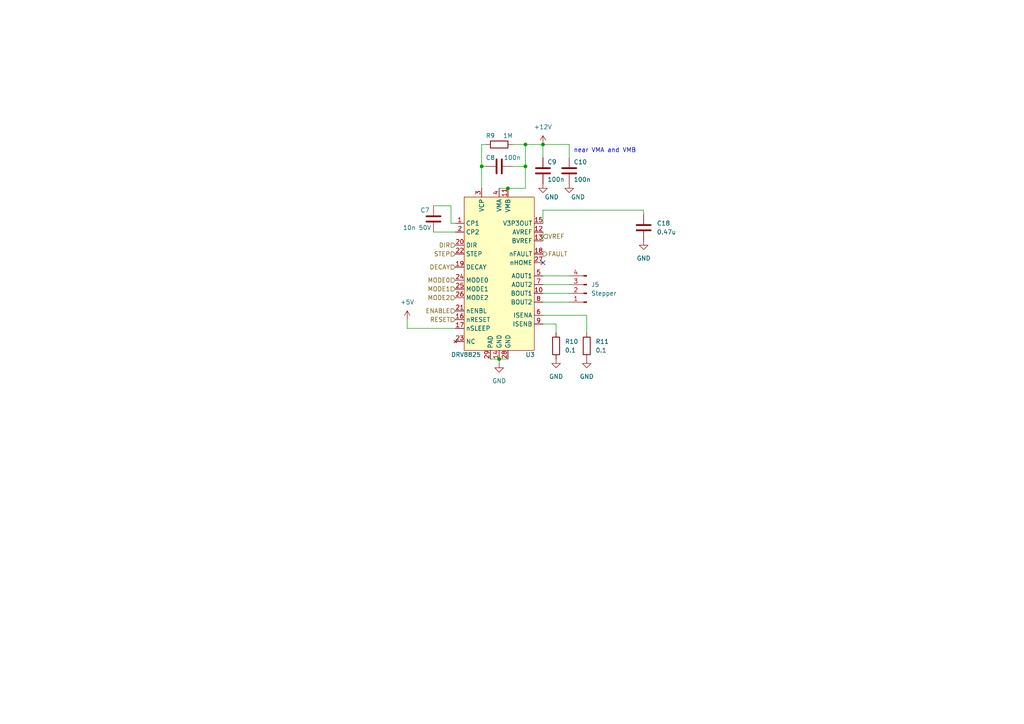
<source format=kicad_sch>
(kicad_sch (version 20211123) (generator eeschema)
  (paper "A4")
  (lib_symbols
    (symbol "Connector:Conn_01x04_Male" (pin_names (offset 1.016) hide)
      (property "Reference" "J" (at 0 5.08 0))
      (property "Value" "Conn_01x04_Male" (at 0 -7.62 0))
      (symbol "Conn_01x04_Male_1_1"
        (polyline (pts (xy 1.27 -5.08) (xy 0.8636 -5.08)) (stroke (width 0.1524)))
        (polyline (pts (xy 1.27 -2.54) (xy 0.8636 -2.54)) (stroke (width 0.1524)))
        (polyline (pts (xy 1.27 0) (xy 0.8636 0)) (stroke (width 0.1524)))
        (polyline (pts (xy 1.27 2.54) (xy 0.8636 2.54)) (stroke (width 0.1524)))
        (rectangle (start 0.8636 -4.953) (end 0 -5.207) (stroke (width 0.1524)) (fill (type outline)))
        (rectangle (start 0.8636 -2.413) (end 0 -2.667) (stroke (width 0.1524)) (fill (type outline)))
        (rectangle (start 0.8636 0.127) (end 0 -0.127) (stroke (width 0.1524)) (fill (type outline)))
        (rectangle (start 0.8636 2.667) (end 0 2.413) (stroke (width 0.1524)) (fill (type outline)))
        (pin passive line (at 5.08 2.54 180) (length 3.81) (name "Pin_1") (number "1"))
        (pin passive line (at 5.08 0 180) (length 3.81) (name "Pin_2") (number "2"))
        (pin passive line (at 5.08 -2.54 180) (length 3.81) (name "Pin_3") (number "3"))
        (pin passive line (at 5.08 -5.08 180) (length 3.81) (name "Pin_4") (number "4"))
      )
    )
    (symbol "Device:C" (pin_numbers hide) (pin_names (offset 0.254))
      (property "Reference" "C" (at 0.635 2.54 0))
      (property "Value" "C" (at 0.635 -2.54 0))
      (symbol "C_0_1"
        (polyline (pts (xy -2.032 -0.762) (xy 2.032 -0.762)) (stroke (width 0.508)))
        (polyline (pts (xy -2.032 0.762) (xy 2.032 0.762)) (stroke (width 0.508)))
      )
      (symbol "C_1_1"
        (pin passive line (at 0 3.81 270) (length 2.794) (name "~") (number "1"))
        (pin passive line (at 0 -3.81 90) (length 2.794) (name "~") (number "2"))
      )
    )
    (symbol "Device:R" (pin_numbers hide) (pin_names (offset 0))
      (property "Reference" "R" (at 2.032 0 90))
      (property "Value" "R" (at 0 0 90))
      (symbol "R_0_1"
        (rectangle (start -1.016 -2.54) (end 1.016 2.54) (stroke (width 0.254)))
      )
      (symbol "R_1_1"
        (pin passive line (at 0 3.81 270) (length 1.27) (name "~") (number "1"))
        (pin passive line (at 0 -3.81 90) (length 1.27) (name "~") (number "2"))
      )
    )
    (symbol "custom:DRV8825"
      (property "Reference" "U" (at -8.89 -22.86 0))
      (property "Value" "DRV8825" (at 7.62 -22.86 0))
      (symbol "DRV8825_0_1"
        (rectangle (start -10.16 -21.59) (end 10.16 22.86) (fill (type background)))
      )
      (symbol "DRV8825_1_1"
        (pin bidirectional line (at -12.7 15.24 0) (length 2.54) (name "CP1") (number "1"))
        (pin output line (at 12.7 -5.08 180) (length 2.54) (name "BOUT1") (number "10"))
        (pin power_in line (at 2.54 25.4 270) (length 2.54) (name "VMB") (number "11"))
        (pin input line (at 12.7 12.7 180) (length 2.54) (name "AVREF") (number "12"))
        (pin input line (at 12.7 10.16 180) (length 2.54) (name "BVREF") (number "13"))
        (pin power_in line (at 0 -24.13 90) (length 2.54) (name "GND") (number "14"))
        (pin output line (at 12.7 15.24 180) (length 2.54) (name "V3P3OUT") (number "15"))
        (pin input line (at -12.7 -12.7 0) (length 2.54) (name "nRESET") (number "16"))
        (pin input line (at -12.7 -15.24 0) (length 2.54) (name "nSLEEP") (number "17"))
        (pin open_collector line (at 12.7 6.35 180) (length 2.54) (name "nFAULT") (number "18"))
        (pin input line (at -12.7 2.54 0) (length 2.54) (name "DECAY") (number "19"))
        (pin bidirectional line (at -12.7 12.7 0) (length 2.54) (name "CP2") (number "2"))
        (pin input line (at -12.7 8.89 0) (length 2.54) (name "DIR") (number "20"))
        (pin input line (at -12.7 -10.16 0) (length 2.54) (name "nENBL") (number "21"))
        (pin input line (at -12.7 6.35 0) (length 2.54) (name "STEP") (number "22"))
        (pin no_connect line (at -12.7 -19.05 0) (length 2.54) (name "NC") (number "23"))
        (pin input line (at -12.7 -1.27 0) (length 2.54) (name "MODE0") (number "24"))
        (pin input line (at -12.7 -3.81 0) (length 2.54) (name "MODE1") (number "25"))
        (pin input line (at -12.7 -6.35 0) (length 2.54) (name "MODE2") (number "26"))
        (pin open_collector line (at 12.7 3.81 180) (length 2.54) (name "nHOME") (number "27"))
        (pin power_in line (at 2.54 -24.13 90) (length 2.54) (name "GND") (number "28"))
        (pin passive line (at -2.54 -24.13 90) (length 2.54) (name "PAD") (number "29"))
        (pin bidirectional line (at -5.08 25.4 270) (length 2.54) (name "VCP") (number "3"))
        (pin power_in line (at 0 25.4 270) (length 2.54) (name "VMA") (number "4"))
        (pin output line (at 12.7 0 180) (length 2.54) (name "AOUT1") (number "5"))
        (pin bidirectional line (at 12.7 -11.43 180) (length 2.54) (name "ISENA") (number "6"))
        (pin output line (at 12.7 -2.54 180) (length 2.54) (name "AOUT2") (number "7"))
        (pin output line (at 12.7 -7.62 180) (length 2.54) (name "BOUT2") (number "8"))
        (pin bidirectional line (at 12.7 -13.97 180) (length 2.54) (name "ISENB") (number "9"))
      )
    )
    (symbol "power:+12V" (power) (pin_names (offset 0))
      (property "Value" "+12V" (at 0 3.556 0))
      (symbol "+12V_0_1"
        (polyline (pts (xy -0.762 1.27) (xy 0 2.54)))
        (polyline (pts (xy 0 0) (xy 0 2.54)))
        (polyline (pts (xy 0 2.54) (xy 0.762 1.27)))
      )
      (symbol "+12V_1_1"
        (pin power_in line (at 0 0 90) (length 0) hide (name "+12V") (number "1"))
      )
    )
    (symbol "power:+5V" (power) (pin_names (offset 0))
      (property "Value" "+5V" (at 0 3.556 0))
      (symbol "+5V_0_1"
        (polyline (pts (xy -0.762 1.27) (xy 0 2.54)))
        (polyline (pts (xy 0 0) (xy 0 2.54)))
        (polyline (pts (xy 0 2.54) (xy 0.762 1.27)))
      )
      (symbol "+5V_1_1"
        (pin power_in line (at 0 0 90) (length 0) hide (name "+5V") (number "1"))
      )
    )
    (symbol "power:GND" (power) (pin_names (offset 0))
      (property "Value" "GND" (at 0 -3.81 0))
      (symbol "GND_0_1"
        (polyline (pts (xy 0 0) (xy 0 -1.27) (xy 1.27 -1.27) (xy 0 -2.54) (xy -1.27 -1.27) (xy 0 -1.27)))
      )
      (symbol "GND_1_1"
        (pin power_in line (at 0 0 270) (length 0) hide (name "GND") (number "1"))
      )
    )
  )
  (junction (at 157.48 41.91))
  (junction (at 139.7 48.26))
  (junction (at 144.78 104.14))
  (junction (at 152.4 41.91))
  (junction (at 152.4 48.26))
  (junction (at 147.32 54.61))
  (no_connect (at 157.48 76.2))
  (wire (pts (xy 157.48 91.44) (xy 170.18 91.44)))
  (wire (pts (xy 130.81 64.77) (xy 130.81 59.69)))
  (wire (pts (xy 157.48 67.31) (xy 157.48 69.85)))
  (wire (pts (xy 157.48 60.96) (xy 186.69 60.96)))
  (wire (pts (xy 157.48 85.09) (xy 165.1 85.09)))
  (wire (pts (xy 157.48 41.91) (xy 157.48 45.72)))
  (wire (pts (xy 170.18 91.44) (xy 170.18 96.52)))
  (wire (pts (xy 157.48 80.01) (xy 165.1 80.01)))
  (wire (pts (xy 157.48 41.91) (xy 152.4 41.91)))
  (wire (pts (xy 139.7 48.26) (xy 140.97 48.26)))
  (wire (pts (xy 139.7 41.91) (xy 140.97 41.91)))
  (wire (pts (xy 157.48 82.55) (xy 165.1 82.55)))
  (wire (pts (xy 125.73 59.69) (xy 130.81 59.69)))
  (wire (pts (xy 157.48 87.63) (xy 165.1 87.63)))
  (wire (pts (xy 186.69 60.96) (xy 186.69 62.23)))
  (wire (pts (xy 165.1 41.91) (xy 165.1 45.72)))
  (wire (pts (xy 152.4 48.26) (xy 148.59 48.26)))
  (wire (pts (xy 147.32 54.61) (xy 152.4 54.61)))
  (wire (pts (xy 139.7 54.61) (xy 139.7 48.26)))
  (wire (pts (xy 161.29 96.52) (xy 161.29 93.98)))
  (wire (pts (xy 152.4 41.91) (xy 152.4 48.26)))
  (wire (pts (xy 161.29 93.98) (xy 157.48 93.98)))
  (wire (pts (xy 148.59 41.91) (xy 152.4 41.91)))
  (wire (pts (xy 139.7 48.26) (xy 139.7 41.91)))
  (wire (pts (xy 118.11 95.25) (xy 132.08 95.25)))
  (wire (pts (xy 125.73 67.31) (xy 132.08 67.31)))
  (wire (pts (xy 165.1 41.91) (xy 157.48 41.91)))
  (wire (pts (xy 144.78 104.14) (xy 147.32 104.14)))
  (wire (pts (xy 144.78 104.14) (xy 144.78 105.41)))
  (wire (pts (xy 152.4 54.61) (xy 152.4 48.26)))
  (wire (pts (xy 142.24 104.14) (xy 144.78 104.14)))
  (wire (pts (xy 144.78 54.61) (xy 147.32 54.61)))
  (wire (pts (xy 118.11 92.71) (xy 118.11 95.25)))
  (wire (pts (xy 157.48 60.96) (xy 157.48 64.77)))
  (wire (pts (xy 132.08 64.77) (xy 130.81 64.77)))
  (text "near VMA and VMB" (at 166.37 44.45 0) (effects (font (size 1.27 1.27)) (justify left bottom)))
  (hierarchical_label "MODE0" (shape input) (at 132.08 81.28 180))
  (hierarchical_label "RESET" (shape input) (at 132.08 92.71 180))
  (hierarchical_label "FAULT" (shape output) (at 157.48 73.66 0))
  (hierarchical_label "ENABLE" (shape input) (at 132.08 90.17 180))
  (hierarchical_label "DIR" (shape input) (at 132.08 71.12 180))
  (hierarchical_label "MODE1" (shape input) (at 132.08 83.82 180))
  (hierarchical_label "STEP" (shape input) (at 132.08 73.66 180))
  (hierarchical_label "DECAY" (shape input) (at 132.08 77.47 180))
  (hierarchical_label "VREF" (shape input) (at 157.48 68.58 0))
  (hierarchical_label "MODE2" (shape input) (at 132.08 86.36 180))
  (symbol (lib_id "Device:C") (at 165.1 49.53 0) (unit 1)
    (property "Reference" "C10" (at 166.37 46.99 0) (effects (justify left)))
    (property "Value" "100n" (at 166.37 52.07 0) (effects (justify left)))
    (property "Footprint" "Capacitor_SMD:C_0603_1608Metric" (effects hide))
  )
  (symbol (lib_id "Device:C") (at 157.48 49.53 0) (unit 1)
    (property "Reference" "C9" (at 158.75 46.99 0) (effects (justify left)))
    (property "Value" "100n" (at 158.75 52.07 0) (effects (justify left)))
    (property "Footprint" "Capacitor_SMD:C_0603_1608Metric" (effects hide))
  )
  (symbol (lib_id "power:GND") (at 170.18 104.14 0) (unit 1)
    (property "Reference" "#PWR032" (effects hide))
    (property "Value" "GND" (at 170.18 109.22 0))
  )
  (symbol (lib_id "power:GND") (at 165.1 53.34 0) (unit 1)
    (property "Reference" "#PWR031" (effects hide))
    (property "Value" "GND" (at 167.64 57.15 0))
  )
  (symbol (lib_id "Device:R") (at 161.29 100.33 0) (unit 1)
    (property "Reference" "R10" (at 163.83 99.0599 0) (effects (justify left)))
    (property "Value" "0.1" (at 163.83 101.5999 0) (effects (justify left)))
    (property "Footprint" "Resistor_SMD:R_1206_3216Metric" (effects hide))
  )
  (symbol (lib_id "Device:C") (at 144.78 48.26 90) (unit 1)
    (property "Reference" "C8" (at 142.24 45.72 90))
    (property "Value" "100n" (at 148.59 45.72 90))
    (property "Footprint" "Capacitor_SMD:C_0603_1608Metric" (effects hide))
  )
  (symbol (lib_id "power:GND") (at 157.48 53.34 0) (unit 1)
    (property "Reference" "#PWR029" (effects hide))
    (property "Value" "GND" (at 160.02 57.15 0))
  )
  (symbol (lib_id "power:+5V") (at 118.11 92.71 0) (unit 1)
    (property "Reference" "#PWR026" (effects hide))
    (property "Value" "+5V" (at 118.11 87.63 0))
  )
  (symbol (lib_id "Connector:Conn_01x04_Male") (at 170.18 85.09 180) (unit 1)
    (property "Reference" "J5" (at 171.45 82.5499 0) (effects (justify right)))
    (property "Value" "Stepper" (at 171.45 85.0899 0) (effects (justify right)))
    (property "Footprint" "Connector_Molex:Molex_KK-254_AE-6410-04A_1x04_P2.54mm_Vertical" (effects hide))
  )
  (symbol (lib_id "Device:R") (at 170.18 100.33 0) (unit 1)
    (property "Reference" "R11" (at 172.72 99.0599 0) (effects (justify left)))
    (property "Value" "0.1" (at 172.72 101.5999 0) (effects (justify left)))
    (property "Footprint" "Resistor_SMD:R_1206_3216Metric" (effects hide))
  )
  (symbol (lib_id "power:+12V") (at 157.48 41.91 0) (unit 1)
    (property "Reference" "#PWR028" (effects hide))
    (property "Value" "+12V" (at 157.48 36.83 0))
  )
  (symbol (lib_id "Device:R") (at 144.78 41.91 90) (unit 1)
    (property "Reference" "R9" (at 142.24 39.37 90))
    (property "Value" "1M" (at 147.32 39.37 90))
    (property "Footprint" "Resistor_SMD:R_0603_1608Metric" (effects hide))
  )
  (symbol (lib_id "custom:DRV8825") (at 144.78 80.01 0) (unit 1)
    (property "Reference" "U3" (at 152.4 102.87 0) (effects (justify left)))
    (property "Value" "DRV8825" (at 130.81 102.87 0) (effects (justify left)))
    (property "Footprint" "Package_SO:HTSSOP-28-1EP_4.4x9.7mm_P0.65mm_EP2.85x5.4mm" (effects hide))
  )
  (symbol (lib_id "Device:C") (at 125.73 63.5 0) (unit 1)
    (property "Reference" "C7" (at 121.92 60.96 0) (effects (justify left)))
    (property "Value" "10n 50V" (at 116.84 66.04 0) (effects (justify left)))
    (property "Footprint" "Capacitor_SMD:C_0603_1608Metric" (effects hide))
  )
  (symbol (lib_id "power:GND") (at 161.29 104.14 0) (unit 1)
    (property "Reference" "#PWR030" (effects hide))
    (property "Value" "GND" (at 161.29 109.22 0))
  )
  (symbol (lib_id "power:GND") (at 186.69 69.85 0) (unit 1)
    (property "Reference" "#PWR035" (effects hide))
    (property "Value" "GND" (at 186.69 74.93 0))
  )
  (symbol (lib_id "power:GND") (at 144.78 105.41 0) (unit 1)
    (property "Reference" "#PWR027" (effects hide))
    (property "Value" "GND" (at 144.78 110.49 0))
  )
  (symbol (lib_id "Device:C") (at 186.69 66.04 0) (unit 1)
    (property "Reference" "C18" (at 190.5 64.7699 0) (effects (justify left)))
    (property "Value" "0.47u" (at 190.5 67.3099 0) (effects (justify left)))
    (property "Footprint" "Capacitor_SMD:C_0603_1608Metric" (effects hide))
  )
)
</source>
